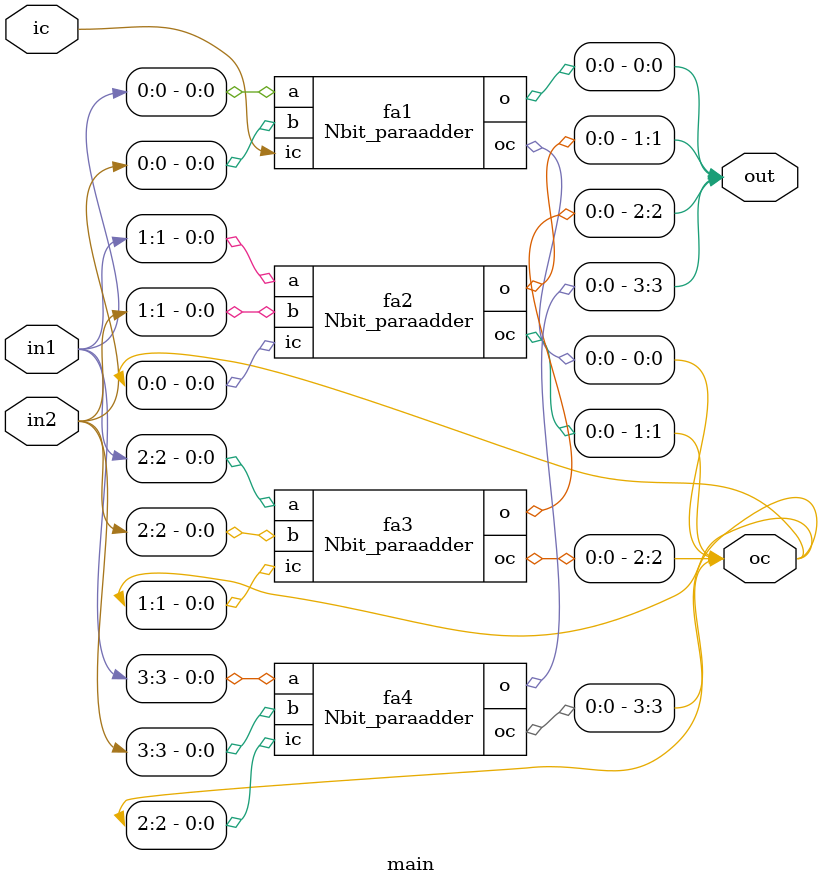
<source format=v>
module Nbit_paraadder(a,b,ic,o,oc);
input a,b,ic;
output o,oc;
assign o = a^b^ic;
assign oc = a&b|b&ic|ic&a;
endmodule
module main(in1,in2,ic,out,oc);
input [3:0]in1;
 
input [3:0]in2;
 
input ic;
 
output [3:0]out;
 
output [3:0]oc;
 
Nbit_paraadder fa1(in1[0],in2[0],ic,out[0],oc[0]);
 
Nbit_paraadder fa2(in1[1],in2[1],oc[0],out[1],oc[1]);
 
Nbit_paraadder fa3(in1[2],in2[2],oc[1],out[2],oc[2]);
Nbit_paraadder fa4(in1[3],in2[3],oc[2],out[3],oc[3]);
 
endmodule

</source>
